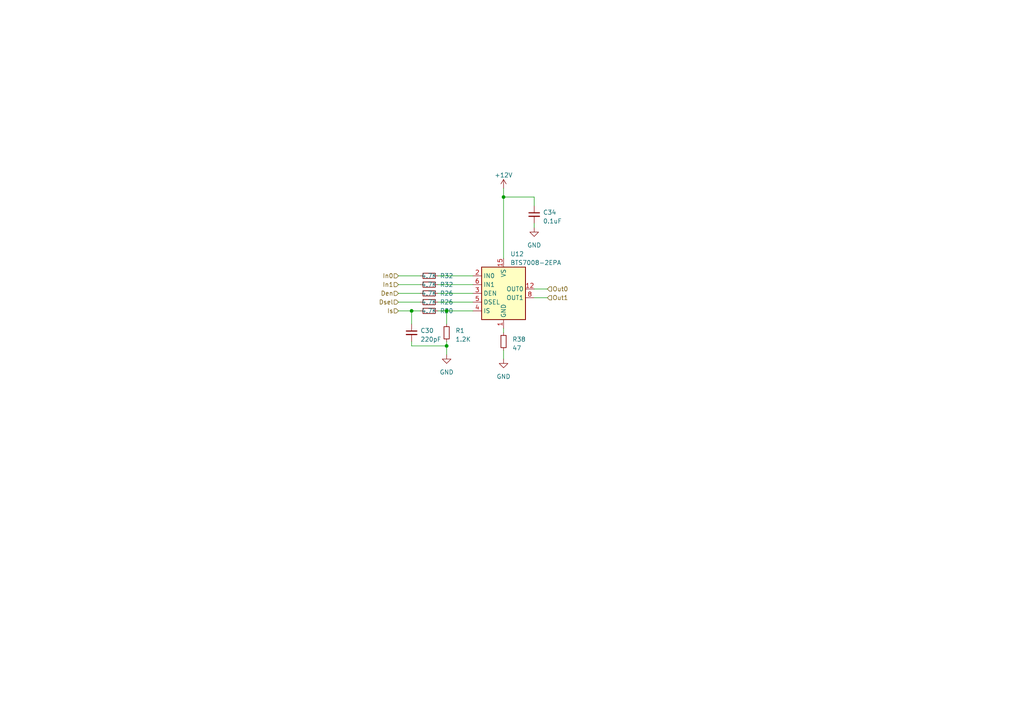
<source format=kicad_sch>
(kicad_sch (version 20230121) (generator eeschema)
  (paper "A4")
  (lib_symbols
    (symbol "Device:C_Small" (pin_numbers hide) (pin_names (offset 0.254) hide)
      (property "Reference" "C" (at 0.254 1.778 0))
      (property "Value" "C_Small" (at 0.254 -2.032 0))
      (symbol "C_Small_0_1"
        (polyline (pts (xy -1.524 -0.508) (xy 1.524 -0.508)) (stroke (width 0.3302)))
        (polyline (pts (xy -1.524 0.508) (xy 1.524 0.508)) (stroke (width 0.3048)))
      )
      (symbol "C_Small_1_1"
        (pin passive line (at 0 2.54 270) (length 2.032) (name "~") (number "1"))
        (pin passive line (at 0 -2.54 90) (length 2.032) (name "~") (number "2"))
      )
    )
    (symbol "Device:R_Small" (pin_numbers hide) (pin_names (offset 0.254) hide)
      (property "Reference" "R" (at 0.762 0.508 0))
      (property "Value" "R_Small" (at 0.762 -1.016 0))
      (symbol "R_Small_0_1"
        (rectangle (start -0.762 1.778) (end 0.762 -1.778) (stroke (width 0.2032)))
      )
      (symbol "R_Small_1_1"
        (pin passive line (at 0 2.54 270) (length 0.762) (name "~") (number "1"))
        (pin passive line (at 0 -2.54 90) (length 0.762) (name "~") (number "2"))
      )
    )
    (symbol "MyLibrary:BTS7008-2EPA"
      (property "Reference" "U" (at -3.81 6.35 0))
      (property "Value" "BTS7008-2EPA" (at 7.62 6.35 0))
      (symbol "BTS7008-2EPA_0_1"
        (rectangle (start -6.35 7.62) (end 6.35 -7.62) (stroke (width 0.254)) (fill (type background)))
      )
      (symbol "BTS7008-2EPA_1_1"
        (pin power_in line (at 0 -10.16 90) (length 2.54) (name "GND") (number "1"))
        (pin passive line (at 8.89 -1.27 180) (length 2.54) hide (name "OUT1") (number "10"))
        (pin no_connect line (at -6.35 -7.62 180) (length 2.54) hide (name "NC") (number "11"))
        (pin power_out line (at 8.89 1.27 180) (length 2.54) (name "OUT0") (number "12"))
        (pin passive line (at 8.89 1.27 180) (length 2.54) hide (name "OUT0") (number "13"))
        (pin passive line (at 8.89 1.27 180) (length 2.54) hide (name "OUT0") (number "14"))
        (pin power_in line (at 0 10.16 270) (length 2.54) (name "VS") (number "15"))
        (pin input line (at -8.89 5.08 0) (length 2.54) (name "IN0") (number "2"))
        (pin input line (at -8.89 0 0) (length 2.54) (name "DEN") (number "3"))
        (pin output line (at -8.89 -5.08 0) (length 2.54) (name "IS") (number "4"))
        (pin input line (at -8.89 -2.54 0) (length 2.54) (name "DSEL") (number "5"))
        (pin input line (at -8.89 2.54 0) (length 2.54) (name "IN1") (number "6"))
        (pin no_connect line (at -6.35 -7.62 180) (length 2.54) hide (name "NC") (number "7"))
        (pin power_out line (at 8.89 -1.27 180) (length 2.54) (name "OUT1") (number "8"))
        (pin passive line (at 8.89 -1.27 180) (length 2.54) hide (name "OUT1") (number "9"))
      )
    )
    (symbol "power:+12V" (power) (pin_names (offset 0))
      (property "Value" "+12V" (at 0 3.556 0))
      (symbol "+12V_0_1"
        (polyline (pts (xy -0.762 1.27) (xy 0 2.54)))
        (polyline (pts (xy 0 0) (xy 0 2.54)))
        (polyline (pts (xy 0 2.54) (xy 0.762 1.27)))
      )
      (symbol "+12V_1_1"
        (pin power_in line (at 0 0 90) (length 0) hide (name "+12V") (number "1"))
      )
    )
    (symbol "power:GND" (power) (pin_names (offset 0))
      (property "Value" "GND" (at 0 -3.81 0))
      (symbol "GND_0_1"
        (polyline (pts (xy 0 0) (xy 0 -1.27) (xy 1.27 -1.27) (xy 0 -2.54) (xy -1.27 -1.27) (xy 0 -1.27)))
      )
      (symbol "GND_1_1"
        (pin power_in line (at 0 0 270) (length 0) hide (name "GND") (number "1"))
      )
    )
  )
  (junction (at 119.38 90.17))
  (junction (at 146.05 57.15))
  (junction (at 129.54 90.17))
  (junction (at 129.54 100.33))
  (wire (pts (xy 115.57 87.63) (xy 121.92 87.63)))
  (wire (pts (xy 127 85.09) (xy 137.16 85.09)))
  (wire (pts (xy 127 80.01) (xy 137.16 80.01)))
  (wire (pts (xy 119.38 99.06) (xy 119.38 100.33)))
  (wire (pts (xy 121.92 90.17) (xy 119.38 90.17)))
  (wire (pts (xy 129.54 90.17) (xy 137.16 90.17)))
  (wire (pts (xy 146.05 57.15) (xy 146.05 74.93)))
  (wire (pts (xy 115.57 90.17) (xy 119.38 90.17)))
  (wire (pts (xy 127 90.17) (xy 129.54 90.17)))
  (wire (pts (xy 154.94 83.82) (xy 158.75 83.82)))
  (wire (pts (xy 119.38 90.17) (xy 119.38 93.98)))
  (wire (pts (xy 115.57 80.01) (xy 121.92 80.01)))
  (wire (pts (xy 154.94 64.77) (xy 154.94 66.04)))
  (wire (pts (xy 154.94 57.15) (xy 146.05 57.15)))
  (wire (pts (xy 115.57 82.55) (xy 121.92 82.55)))
  (wire (pts (xy 154.94 86.36) (xy 158.75 86.36)))
  (wire (pts (xy 146.05 95.25) (xy 146.05 96.52)))
  (wire (pts (xy 154.94 59.69) (xy 154.94 57.15)))
  (wire (pts (xy 129.54 93.98) (xy 129.54 90.17)))
  (wire (pts (xy 115.57 85.09) (xy 121.92 85.09)))
  (wire (pts (xy 129.54 100.33) (xy 129.54 102.87)))
  (wire (pts (xy 127 82.55) (xy 137.16 82.55)))
  (wire (pts (xy 119.38 100.33) (xy 129.54 100.33)))
  (wire (pts (xy 129.54 99.06) (xy 129.54 100.33)))
  (wire (pts (xy 127 87.63) (xy 137.16 87.63)))
  (wire (pts (xy 146.05 101.6) (xy 146.05 104.14)))
  (wire (pts (xy 146.05 54.61) (xy 146.05 57.15)))
  (hierarchical_label "Den" (shape input) (at 115.57 85.09 180))
  (hierarchical_label "Out0" (shape input) (at 158.75 83.82 0))
  (hierarchical_label "Out1" (shape input) (at 158.75 86.36 0))
  (hierarchical_label "Is" (shape input) (at 115.57 90.17 180))
  (hierarchical_label "In0" (shape input) (at 115.57 80.01 180))
  (hierarchical_label "Dsel" (shape input) (at 115.57 87.63 180))
  (hierarchical_label "In1" (shape input) (at 115.57 82.55 180))
  (symbol (lib_id "Device:R_Small") (at 146.05 99.06 0) (unit 1)
    (property "Reference" "R38" (at 148.59 98.425 0) (effects (justify left)))
    (property "Value" "47" (at 148.59 100.965 0) (effects (justify left)))
    (property "Footprint" "Resistor_SMD:R_0603_1608Metric_Pad0.98x0.95mm_HandSolder" (effects hide))
    (instances (project "Power Module Rev 5" (path "" (reference "R38") (unit 1)) (path "" (reference "R35") (unit 1)) (path "" (reference "R36") (unit 1)) (path "" (reference "R37") (unit 1)) (path "" (reference "R39") (unit 1)) (path "" (reference "R40") (unit 1)) (path "" (reference "R45") (unit 1)) (path "" (reference "R50") (unit 1))))
  )
  (symbol (lib_id "power:GND") (at 129.54 102.87 0) (unit 1)
    (property "Reference" "#PWR021" (effects hide))
    (property "Value" "GND" (at 129.54 107.95 0))
    (instances (project "Power Module Rev 5" (path "" (reference "#PWR021") (unit 1)) (path "" (reference "#PWR018") (unit 1)) (path "" (reference "#PWR019") (unit 1)) (path "" (reference "#PWR020") (unit 1)) (path "" (reference "#PWR022") (unit 1)) (path "" (reference "#PWR023") (unit 1)) (path "" (reference "#PWR036") (unit 1)) (path "" (reference "#PWR040") (unit 1))))
  )
  (symbol (lib_id "Device:R_Small") (at 124.46 80.01 270) (unit 1)
    (property "Reference" "R32" (at 129.54 80.01 90))
    (property "Value" "4.7K" (at 124.46 80.01 90))
    (property "Footprint" "Resistor_SMD:R_0603_1608Metric_Pad0.98x0.95mm_HandSolder" (effects hide))
    (instances (project "Power Module Rev 5" (path "" (reference "R32") (unit 1)) (path "" (reference "R29") (unit 1)) (path "" (reference "R30") (unit 1)) (path "" (reference "R31") (unit 1)) (path "" (reference "R33") (unit 1)) (path "" (reference "R34") (unit 1)) (path "" (reference "R41") (unit 1)) (path "" (reference "R46") (unit 1))))
  )
  (symbol (lib_id "Device:C_Small") (at 119.38 96.52 0) (unit 1)
    (property "Reference" "C30" (at 121.92 95.8913 0) (effects (justify left)))
    (property "Value" "220pF" (at 121.92 98.4313 0) (effects (justify left)))
    (property "Footprint" "Capacitor_SMD:C_0603_1608Metric_Pad1.08x0.95mm_HandSolder" (effects hide))
    (instances (project "Power Module Rev 5" (path "" (reference "C30") (unit 1)) (path "" (reference "C27") (unit 1)) (path "" (reference "C28") (unit 1)) (path "" (reference "C29") (unit 1)) (path "" (reference "C31") (unit 1)) (path "" (reference "C32") (unit 1)) (path "" (reference "C33") (unit 1)) (path "" (reference "C35") (unit 1))))
  )
  (symbol (lib_id "power:GND") (at 154.94 66.04 0) (unit 1)
    (property "Reference" "#PWR050" (effects hide))
    (property "Value" "GND" (at 154.94 71.12 0))
    (instances (project "Power Module Rev 5" (path "" (reference "#PWR050") (unit 1)) (path "" (reference "#PWR047") (unit 1)) (path "" (reference "#PWR048") (unit 1)) (path "" (reference "#PWR049") (unit 1)) (path "" (reference "#PWR051") (unit 1)) (path "" (reference "#PWR052") (unit 1)) (path "" (reference "#PWR041") (unit 1)) (path "" (reference "#PWR054") (unit 1))))
  )
  (symbol (lib_id "Device:R_Small") (at 124.46 82.55 270) (unit 1)
    (property "Reference" "R32" (at 129.54 82.55 90))
    (property "Value" "4.7K" (at 124.46 82.55 90))
    (property "Footprint" "Resistor_SMD:R_0603_1608Metric_Pad0.98x0.95mm_HandSolder" (effects hide))
    (instances (project "Power Module Rev 5" (path "" (reference "R32") (unit 1)) (path "" (reference "R29") (unit 1)) (path "" (reference "R30") (unit 1)) (path "" (reference "R31") (unit 1)) (path "" (reference "R33") (unit 1)) (path "" (reference "R34") (unit 1)) (path "" (reference "R51") (unit 1)) (path "" (reference "R52") (unit 1))))
  )
  (symbol (lib_id "Device:R_Small") (at 124.46 87.63 270) (unit 1)
    (property "Reference" "R26" (at 129.54 87.63 90))
    (property "Value" "4.7K" (at 124.46 87.63 90))
    (property "Footprint" "Resistor_SMD:R_0603_1608Metric_Pad0.98x0.95mm_HandSolder" (effects hide))
    (instances (project "Power Module Rev 5" (path "" (reference "R26") (unit 1)) (path "" (reference "R23") (unit 1)) (path "" (reference "R24") (unit 1)) (path "" (reference "R25") (unit 1)) (path "" (reference "R27") (unit 1)) (path "" (reference "R28") (unit 1)) (path "" (reference "R53") (unit 1)) (path "" (reference "R54") (unit 1))))
  )
  (symbol (lib_id "Device:R_Small") (at 124.46 90.17 270) (unit 1)
    (property "Reference" "R20" (at 129.54 90.17 90))
    (property "Value" "4.7K" (at 124.46 90.17 90))
    (property "Footprint" "Resistor_SMD:R_0603_1608Metric_Pad0.98x0.95mm_HandSolder" (effects hide))
    (instances (project "Power Module Rev 5" (path "" (reference "R20") (unit 1)) (path "" (reference "R17") (unit 1)) (path "" (reference "R18") (unit 1)) (path "" (reference "R19") (unit 1)) (path "" (reference "R21") (unit 1)) (path "" (reference "R22") (unit 1)) (path "" (reference "R43") (unit 1)) (path "" (reference "R48") (unit 1))))
  )
  (symbol (lib_id "Device:R_Small") (at 124.46 85.09 270) (unit 1)
    (property "Reference" "R26" (at 129.54 85.09 90))
    (property "Value" "4.7K" (at 124.46 85.09 90))
    (property "Footprint" "Resistor_SMD:R_0603_1608Metric_Pad0.98x0.95mm_HandSolder" (effects hide))
    (instances (project "Power Module Rev 5" (path "" (reference "R26") (unit 1)) (path "" (reference "R23") (unit 1)) (path "" (reference "R24") (unit 1)) (path "" (reference "R25") (unit 1)) (path "" (reference "R27") (unit 1)) (path "" (reference "R28") (unit 1)) (path "" (reference "R42") (unit 1)) (path "" (reference "R47") (unit 1))))
  )
  (symbol (lib_id "Device:R_Small") (at 129.54 96.52 0) (unit 1)
    (property "Reference" "R1" (at 132.08 95.885 0) (effects (justify left)))
    (property "Value" "1.2K" (at 132.08 98.425 0) (effects (justify left)))
    (property "Footprint" "Resistor_SMD:R_0603_1608Metric_Pad0.98x0.95mm_HandSolder" (effects hide))
    (instances (project "Power Module Rev 5" (path "" (reference "R1") (unit 1)) (path "" (reference "R2") (unit 1)) (path "" (reference "R5") (unit 1)) (path "" (reference "R6") (unit 1)) (path "" (reference "R15") (unit 1)) (path "" (reference "R16") (unit 1)) (path "" (reference "R44") (unit 1)) (path "" (reference "R49") (unit 1))))
  )
  (symbol (lib_id "power:+12V") (at 146.05 54.61 0) (unit 1)
    (property "Reference" "#PWR027" (effects hide))
    (property "Value" "+12V" (at 146.05 50.8 0))
    (instances (project "Power Module Rev 5" (path "" (reference "#PWR027") (unit 1)) (path "" (reference "#PWR024") (unit 1)) (path "" (reference "#PWR025") (unit 1)) (path "" (reference "#PWR026") (unit 1)) (path "" (reference "#PWR028") (unit 1)) (path "" (reference "#PWR029") (unit 1)) (path "" (reference "#PWR037") (unit 1)) (path "" (reference "#PWR053") (unit 1))))
  )
  (symbol (lib_id "power:GND") (at 146.05 104.14 0) (unit 1)
    (property "Reference" "#PWR033" (effects hide))
    (property "Value" "GND" (at 146.05 109.22 0))
    (instances (project "Power Module Rev 5" (path "" (reference "#PWR033") (unit 1)) (path "" (reference "#PWR030") (unit 1)) (path "" (reference "#PWR031") (unit 1)) (path "" (reference "#PWR032") (unit 1)) (path "" (reference "#PWR034") (unit 1)) (path "" (reference "#PWR035") (unit 1)) (path "" (reference "#PWR038") (unit 1)) (path "" (reference "#PWR042") (unit 1))))
  )
  (symbol (lib_id "Device:C_Small") (at 154.94 62.23 0) (unit 1)
    (property "Reference" "C34" (at 157.48 61.6013 0) (effects (justify left)))
    (property "Value" "0.1uF" (at 157.48 64.1413 0) (effects (justify left)))
    (property "Footprint" "Capacitor_SMD:C_0603_1608Metric_Pad1.08x0.95mm_HandSolder" (effects hide))
    (instances (project "Power Module Rev 5" (path "" (reference "C34") (unit 1)) (path "" (reference "C24") (unit 1)) (path "" (reference "C25") (unit 1)) (path "" (reference "C26") (unit 1)) (path "" (reference "C36") (unit 1)) (path "" (reference "C37") (unit 1)) (path "" (reference "C38") (unit 1)) (path "" (reference "C39") (unit 1))))
  )
  (symbol (lib_id "MyLibrary:BTS7008-2EPA") (at 146.05 85.09 0) (unit 1)
    (property "Reference" "U12" (at 148.0059 73.66 0) (effects (justify left)))
    (property "Value" "BTS7008-2EPA" (at 148.0059 76.2 0) (effects (justify left)))
    (property "Footprint" "MyKiCadLibraries:Infineon_PG-TSDSO-14-22 - thermal vias" (effects hide))
    (instances (project "Power Module Rev 5" (path "" (reference "U12") (unit 1)) (path "" (reference "U13") (unit 1))))
  )
)
</source>
